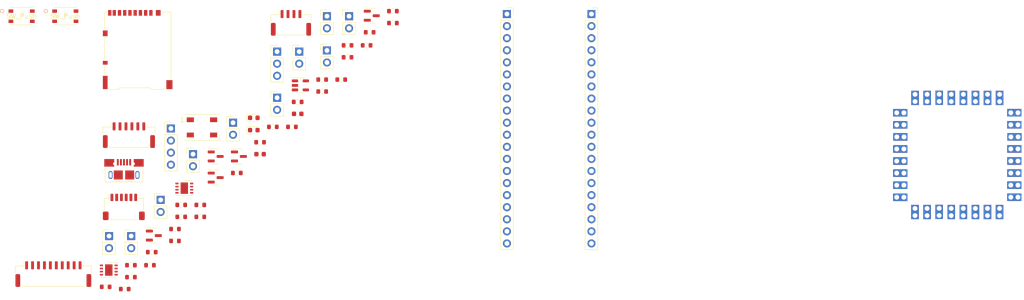
<source format=kicad_pcb>
(kicad_pcb (version 20211014) (generator pcbnew)
  (layers (0 "F.Cu" signal) (31 "B.Cu" signal) (34 "B.Paste" user) (35 "F.Paste" user) (36 "B.SilkS" user "B.Silkscreen") (37 "F.SilkS" user "F.Silkscreen") (38 "B.Mask" user) (39 "F.Mask" user) (44 "Edge.Cuts" user))
  (net 0 "")
  (net 1 "+5V")
  (net 2 "Net-(BZ1-Pad2)")
  (net 3 "GND")
  (net 4 "Net-(C1-Pad2)")
  (net 5 "Net-(C2-Pad2)")
  (net 6 "Net-(D1-Pad1)")
  (net 7 "/IMU_HEATER")
  (net 8 "/NEOPIXEL")
  (net 10 "Net-(D3-Pad1)")
  (net 11 "+3V3")
  (net 12 "/UART_TX_TELEM")
  (net 13 "/UART_RX_TELEM")
  (net 14 "/UART_CTS_TELEM")
  (net 15 "/UART_RTS_TELEM")
  (net 16 "/SDA{slash}SDI")
  (net 17 "/SCL{slash}SCK")
  (net 18 "/POCI")
  (net 19 "/CANO_TX")
  (net 20 "/CANO_RX")
  (net 21 "/CANO_SILENT")
  (net 22 "/CANF_SILENT")
  (net 23 "/CAN_TERM1")
  (net 24 "/CAN_TERM2")
  (net 25 "/BOOTSEL")
  (net 26 "/RUN")
  (net 32 "/3V3_SAMPLE")
  (net 33 "/3V3_EN")
  (net 34 "/SPI_SCK_SD")
  (net 35 "/SPI_POCI_SD")
  (net 36 "/SPI_PICO_SD")
  (net 37 "/SPI_nCS_SD")
  (net 38 "/SD_nCD")
  (net 39 "/UART_RX_GNSS")
  (net 40 "/UART_TX_GNSS")
  (net 41 "/BUZZER")
  (net 42 "Net-(J6-Pad9)")
  (net 45 "Net-(J6-Pad11)")
  (net 50 "/BZR_EXT")
  (net 51 "Net-(J8-Pad2)")
  (net 52 "Net-(J8-Pad3)")
  (net 53 "/SWDIO")
  (net 54 "/SWCLK")
  (net 55 "/USB_DN")
  (net 56 "/USB_DP")
  (net 59 "/SPI0_POCI")
  (net 60 "/CANF_N")
  (net 61 "/CANF_P")
  (net 62 "/CAN_P")
  (net 63 "/CAN_N")
  (net 64 "Net-(JP1-Pad2)")
  (net 65 "Net-(JP2-Pad2)")
  (net 66 "Net-(JP5-Pad2)")
  (net 67 "Net-(JP6-Pad2)")
  (net 68 "Net-(Q1-Pad1)")
  (net 69 "Net-(Q2-Pad1)")
  (net 70 "Net-(Q3-Pad1)")
  (net 71 "Net-(Q3-Pad3)")
  (footprint "U254-051T-4BH83-F1S:XKB_U254-051T-4BH83-F1S" (layer "F.Cu") (at 53.1385 70.205)
    (fp_text reference "J9" hide)
    (fp_text value "USB_OTG")
    (pad "" np_thru_hole circle locked (at -2 -2.35) (size 0.6 0.6) (drill 0.6) (layers *.Cu *.Mask))
    (pad "" np_thru_hole circle locked (at 2 -2.35) (size 0.6 0.6) (drill 0.6) (layers *.Cu *.Mask))
    (pad "1" smd rect locked (at -1.3 -2.675) (size 0.4 1.35) (layers "F.Cu" "F.Paste" "F.Mask") (net 1 "+5V"))
    (pad "2" smd rect locked (at -0.65 -2.675) (size 0.4 1.35) (layers "F.Cu" "F.Paste" "F.Mask") (net 55 "/USB_DN"))
    (pad "3" smd rect locked (at 0 -2.675) (size 0.4 1.35) (layers "F.Cu" "F.Paste" "F.Mask") (net 56 "/USB_DP"))
    (pad "4" smd rect locked (at 0.65 -2.675) (size 0.4 1.35) (layers "F.Cu" "F.Paste" "F.Mask"))
    (pad "5" smd rect locked (at 1.3 -2.675) (size 0.4 1.35) (layers "F.Cu" "F.Paste" "F.Mask") (net 3 "GND"))
    (pad "6" smd rect locked (at 3.1 -2.55) (size 2.1 1.6) (layers "F.Cu" "F.Paste" "F.Mask"))
    (pad "6" smd rect locked (at -3.1 -2.55) (size 2.1 1.6) (layers "F.Cu" "F.Paste" "F.Mask"))
    (pad "6" smd rect locked (at -1.2 0) (size 1.9 1.9) (layers "F.Cu" "F.Paste" "F.Mask"))
    (pad "6" smd rect locked (at 1.2 0) (size 1.9 1.9) (layers "F.Cu" "F.Paste" "F.Mask"))
    (pad "S5" thru_hole oval locked (at -2.825 0) (size 0.85 1.7) (drill oval 0.5 1.2) (layers *.Cu *.Mask))
    (pad "S6" thru_hole oval locked (at 2.825 0) (size 0.85 1.7) (drill oval 0.5 1.2) (layers *.Cu *.Mask))
  )
  (footprint "PTS815:PTS815 SJM 250 SMTR LFS" (layer "F.Cu") (at 40.8 36.81)
    (fp_text reference "SW1" hide)
    (fp_text value "SW_Push" (at 0 0) (layer "F.SilkS"))
    (fp_text user "*" (at 0 0) (layer "F.SilkS"))
    (pad "1" smd rect locked (at -2.250001 -1.074999) (size 0.9906 0.7112) (layers "F.Cu" "F.Paste" "F.Mask") (net 3 "GND"))
    (pad "2" smd rect locked (at 2.250001 -1.074999) (size 0.9906 0.7112) (layers "F.Cu" "F.Paste" "F.Mask") (net 25 "/BOOTSEL"))
    (pad "3" smd rect locked (at -2.250001 1.074999) (size 0.9906 0.7112) (layers "F.Cu" "F.Paste" "F.Mask"))
    (pad "4" smd rect locked (at 2.250001 1.074999) (size 0.9906 0.7112) (layers "F.Cu" "F.Paste" "F.Mask"))
  )
  (footprint "Capacitor_SMD:C_0603_1608Metric" (layer "F.Cu") (at 89.68 57.35)
    (fp_text reference "C2" hide)
    (fp_text value "1uF")
    (pad "1" smd roundrect locked (at -0.775 0) (size 0.9 0.95) (layers "F.Cu" "F.Paste" "F.Mask") (net 3 "GND"))
    (pad "2" smd roundrect locked (at 0.775 0) (size 0.9 0.95) (layers "F.Cu" "F.Paste" "F.Mask") (net 5 "Net-(C2-Pad2)"))
  )
  (footprint "LED_SMD:LED_0603_1608Metric" (layer "F.Cu") (at 80.45 58.18)
    (fp_text reference "D3" hide)
    (fp_text value "LED")
    (pad "1" smd roundrect locked (at -0.7875 0) (size 0.875 0.95) (layers "F.Cu" "F.Paste" "F.Mask") (net 10 "Net-(D3-Pad1)"))
    (pad "2" smd roundrect locked (at 0.7875 0) (size 0.875 0.95) (layers "F.Cu" "F.Paste" "F.Mask") (net 11 "+3V3"))
  )
  (footprint "Resistor_SMD:R_0603_1608Metric" (layer "F.Cu") (at 65.18 79.02)
    (fp_text reference "R14" hide)
    (fp_text value "1K")
    (pad "1" smd roundrect locked (at -0.825 0) (size 0.8 0.95) (layers "F.Cu" "F.Paste" "F.Mask") (net 6 "Net-(D1-Pad1)"))
    (pad "2" smd roundrect locked (at 0.825 0) (size 0.8 0.95) (layers "F.Cu" "F.Paste" "F.Mask") (net 3 "GND"))
  )
  (footprint "Package_TO_SOT_SMD:SOT-23" (layer "F.Cu") (at 59.42 82.96)
    (fp_text reference "Q1" hide)
    (fp_text value "2N7002")
    (pad "1" smd roundrect locked (at -0.9375 -0.95) (size 1.475 0.6) (layers "F.Cu" "F.Paste" "F.Mask") (net 68 "Net-(Q1-Pad1)"))
    (pad "2" smd roundrect locked (at -0.9375 0.95) (size 1.475 0.6) (layers "F.Cu" "F.Paste" "F.Mask") (net 50 "/BZR_EXT"))
    (pad "3" smd roundrect locked (at 0.9375 0) (size 1.475 0.6) (layers "F.Cu" "F.Paste" "F.Mask") (net 1 "+5V"))
  )
  (footprint "Connector_JST:JST_GH_SM10B-GHS-TB_1x10-1MP_P1.25mm_Horizontal" (layer "F.Cu") (at 38.28 91.06)
    (fp_text reference "J7" hide)
    (fp_text value "GNSS")
    (pad "1" smd roundrect locked (at -5.625 -1.85) (size 0.6 1.7) (layers "F.Cu" "F.Paste" "F.Mask") (net 1 "+5V"))
    (pad "2" smd roundrect locked (at -4.375 -1.85) (size 0.6 1.7) (layers "F.Cu" "F.Paste" "F.Mask") (net 39 "/UART_RX_GNSS"))
    (pad "3" smd roundrect locked (at -3.125 -1.85) (size 0.6 1.7) (layers "F.Cu" "F.Paste" "F.Mask") (net 40 "/UART_TX_GNSS"))
    (pad "4" smd roundrect locked (at -1.875 -1.85) (size 0.6 1.7) (layers "F.Cu" "F.Paste" "F.Mask"))
    (pad "5" smd roundrect locked (at -0.625 -1.85) (size 0.6 1.7) (layers "F.Cu" "F.Paste" "F.Mask"))
    (pad "6" smd roundrect locked (at 0.625 -1.85) (size 0.6 1.7) (layers "F.Cu" "F.Paste" "F.Mask"))
    (pad "7" smd roundrect locked (at 1.875 -1.85) (size 0.6 1.7) (layers "F.Cu" "F.Paste" "F.Mask"))
    (pad "8" smd roundrect locked (at 3.125 -1.85) (size 0.6 1.7) (layers "F.Cu" "F.Paste" "F.Mask") (net 11 "+3V3"))
    (pad "9" smd roundrect locked (at 4.375 -1.85) (size 0.6 1.7) (layers "F.Cu" "F.Paste" "F.Mask") (net 50 "/BZR_EXT"))
    (pad "10" smd roundrect locked (at 5.625 -1.85) (size 0.6 1.7) (layers "F.Cu" "F.Paste" "F.Mask") (net 3 "GND"))
    (pad "MP" smd roundrect locked (at 7.475 1.35) (size 1 2.7) (layers "F.Cu" "F.Paste" "F.Mask"))
    (pad "MP" smd roundrect locked (at -7.475 1.35) (size 1 2.7) (layers "F.Cu" "F.Paste" "F.Mask"))
  )
  (footprint "LED_SMD:LED_WS2812B_PLCC4_5.0x5.0mm_P3.2mm" (layer "F.Cu") (at 69.545 60.195)
    (fp_text reference "D2" hide)
    (fp_text value "WS2812B")
    (fp_text user "1" (at -4.15 -1.6) (layer "F.SilkS"))
    (pad "1" smd rect locked (at -2.45 -1.6) (size 1.5 1) (layers "F.Cu" "F.Paste" "F.Mask") (net 1 "+5V"))
    (pad "2" smd rect locked (at -2.45 1.6) (size 1.5 1) (layers "F.Cu" "F.Paste" "F.Mask"))
    (pad "3" smd rect locked (at 2.45 1.6) (size 1.5 1) (layers "F.Cu" "F.Paste" "F.Mask") (net 3 "GND"))
    (pad "4" smd rect locked (at 2.45 -1.6) (size 1.5 1) (layers "F.Cu" "F.Paste" "F.Mask") (net 8 "/NEOPIXEL"))
  )
  (footprint "Resistor_SMD:R_0603_1608Metric" (layer "F.Cu") (at 63.87 81.58)
    (fp_text reference "R2" hide)
    (fp_text value "100K")
    (pad "1" smd roundrect locked (at -0.825 0) (size 0.8 0.95) (layers "F.Cu" "F.Paste" "F.Mask") (net 22 "/CANF_SILENT"))
    (pad "2" smd roundrect locked (at 0.825 0) (size 0.8 0.95) (layers "F.Cu" "F.Paste" "F.Mask") (net 3 "GND"))
  )
  (footprint "Capacitor_SMD:C_0603_1608Metric" (layer "F.Cu") (at 81.77 65.83)
    (fp_text reference "C1" hide)
    (fp_text value "1uF")
    (pad "1" smd roundrect locked (at -0.775 0) (size 0.9 0.95) (layers "F.Cu" "F.Paste" "F.Mask") (net 3 "GND"))
    (pad "2" smd roundrect locked (at 0.775 0) (size 0.9 0.95) (layers "F.Cu" "F.Paste" "F.Mask") (net 4 "Net-(C1-Pad2)"))
  )
  (footprint "Connector_PinHeader_2.54mm:PinHeader_1x02_P2.54mm_Vertical" (layer "F.Cu") (at 95.84 36.81)
    (fp_text reference "JP1" hide)
    (fp_text value "Jumper_2_Open")
    (pad "1" thru_hole rect locked (at 0 0) (size 1.7 1.7) (drill 1) (layers *.Cu *.Mask) (net 61 "/CANF_P"))
    (pad "2" thru_hole oval locked (at 0 2.54) (size 1.7 1.7) (drill 1) (layers *.Cu *.Mask) (net 64 "Net-(JP1-Pad2)"))
  )
  (footprint "PTS815:PTS815 SJM 250 SMTR LFS" (layer "F.Cu") (at 31.6 36.81)
    (fp_text reference "SW2" hide)
    (fp_text value "SW_Push" (at 0 0) (layer "F.SilkS"))
    (fp_text user "*" (at 0 0) (layer "F.SilkS"))
    (pad "1" smd rect locked (at -2.250001 -1.074999) (size 0.9906 0.7112) (layers "F.Cu" "F.Paste" "F.Mask") (net 3 "GND"))
    (pad "2" smd rect locked (at 2.250001 -1.074999) (size 0.9906 0.7112) (layers "F.Cu" "F.Paste" "F.Mask") (net 26 "/RUN"))
    (pad "3" smd rect locked (at -2.250001 1.074999) (size 0.9906 0.7112) (layers "F.Cu" "F.Paste" "F.Mask"))
    (pad "4" smd rect locked (at 2.250001 1.074999) (size 0.9906 0.7112) (layers "F.Cu" "F.Paste" "F.Mask"))
  )
  (footprint "Resistor_SMD:R_0603_1608Metric" (layer "F.Cu") (at 109.71 35.74)
    (fp_text reference "R11" hide)
    (fp_text value "0")
    (pad "1" smd roundrect locked (at -0.825 0) (size 0.8 0.95) (layers "F.Cu" "F.Paste" "F.Mask") (net 7 "/IMU_HEATER"))
    (pad "2" smd roundrect locked (at 0.825 0) (size 0.8 0.95) (layers "F.Cu" "F.Paste" "F.Mask") (net 70 "Net-(Q3-Pad1)"))
  )
  (footprint "Resistor_SMD:R_0603_1608Metric" (layer "F.Cu") (at 89.68 54.84)
    (fp_text reference "R7" hide)
    (fp_text value "1K")
    (pad "1" smd roundrect locked (at -0.825 0) (size 0.8 0.95) (layers "F.Cu" "F.Paste" "F.Mask") (net 41 "/BUZZER"))
    (pad "2" smd roundrect locked (at 0.825 0) (size 0.8 0.95) (layers "F.Cu" "F.Paste" "F.Mask") (net 68 "Net-(Q1-Pad1)"))
  )
  (footprint "LED_SMD:LED_0603_1608Metric" (layer "F.Cu") (at 80.45 60.77)
    (fp_text reference "D1" hide)
    (fp_text value "LED")
    (pad "1" smd roundrect locked (at -0.7875 0) (size 0.875 0.95) (layers "F.Cu" "F.Paste" "F.Mask") (net 6 "Net-(D1-Pad1)"))
    (pad "2" smd roundrect locked (at 0.7875 0) (size 0.875 0.95) (layers "F.Cu" "F.Paste" "F.Mask") (net 7 "/IMU_HEATER"))
  )
  (footprint "Connector_PinHeader_2.54mm:PinHeader_1x02_P2.54mm_Vertical" (layer "F.Cu") (at 95.84 44.01)
    (fp_text reference "J5" hide)
    (fp_text value "Conn_01x02")
    (pad "1" thru_hole rect locked (at 0 0) (size 1.7 1.7) (drill 1) (layers *.Cu *.Mask) (net 3 "GND"))
    (pad "2" thru_hole oval locked (at 0 2.54) (size 1.7 1.7) (drill 1) (layers *.Cu *.Mask) (net 3 "GND"))
  )
  (footprint "Connector_PinSocket_2.54mm:PinSocket_1x20_P2.54mm_Vertical" (layer "F.Cu") (at 133.7 36.35)
    (fp_text reference "J1" hide)
    (fp_text value "PICO_WEST")
    (pad "1" thru_hole rect locked (at 0 0) (size 1.7 1.7) (drill 1) (layers *.Cu *.Mask) (net 12 "/UART_TX_TELEM"))
    (pad "2" thru_hole oval locked (at 0 2.54) (size 1.7 1.7) (drill 1) (layers *.Cu *.Mask) (net 13 "/UART_RX_TELEM"))
    (pad "3" thru_hole oval locked (at 0 5.08) (size 1.7 1.7) (drill 1) (layers *.Cu *.Mask) (net 3 "GND"))
    (pad "4" thru_hole oval locked (at 0 7.62) (size 1.7 1.7) (drill 1) (layers *.Cu *.Mask) (net 14 "/UART_CTS_TELEM"))
    (pad "5" thru_hole oval locked (at 0 10.16) (size 1.7 1.7) (drill 1) (layers *.Cu *.Mask) (net 15 "/UART_RTS_TELEM"))
    (pad "6" thru_hole oval locked (at 0 12.7) (size 1.7 1.7) (drill 1) (layers *.Cu *.Mask) (net 16 "/SDA{slash}SDI"))
    (pad "7" thru_hole oval locked (at 0 15.24) (size 1.7 1.7) (drill 1) (layers *.Cu *.Mask) (net 17 "/SCL{slash}SCK"))
    (pad "8" thru_hole oval locked (at 0 17.78) (size 1.7 1.7) (drill 1) (layers *.Cu *.Mask) (net 3 "GND"))
    (pad "9" thru_hole oval locked (at 0 20.32) (size 1.7 1.7) (drill 1) (layers *.Cu *.Mask) (net 18 "/POCI"))
    (pad "10" thru_hole oval locked (at 0 22.86) (size 1.7 1.7) (drill 1) (layers *.Cu *.Mask) (net 8 "/NEOPIXEL"))
    (pad "11" thru_hole oval locked (at 0 25.4) (size 1.7 1.7) (drill 1) (layers *.Cu *.Mask) (net 19 "/CANO_TX"))
    (pad "12" thru_hole oval locked (at 0 27.94) (size 1.7 1.7) (drill 1) (layers *.Cu *.Mask) (net 20 "/CANO_RX"))
    (pad "13" thru_hole oval locked (at 0 30.48) (size 1.7 1.7) (drill 1) (layers *.Cu *.Mask) (net 3 "GND"))
    (pad "14" thru_hole oval locked (at 0 33.02) (size 1.7 1.7) (drill 1) (layers *.Cu *.Mask) (net 21 "/CANO_SILENT"))
    (pad "15" thru_hole oval locked (at 0 35.56) (size 1.7 1.7) (drill 1) (layers *.Cu *.Mask) (net 22 "/CANF_SILENT"))
    (pad "16" thru_hole oval locked (at 0 38.1) (size 1.7 1.7) (drill 1) (layers *.Cu *.Mask) (net 23 "/CAN_TERM1"))
    (pad "17" thru_hole oval locked (at 0 40.64) (size 1.7 1.7) (drill 1) (layers *.Cu *.Mask) (net 24 "/CAN_TERM2"))
    (pad "18" thru_hole oval locked (at 0 43.18) (size 1.7 1.7) (drill 1) (layers *.Cu *.Mask) (net 3 "GND"))
    (pad "19" thru_hole oval locked (at 0 45.72) (size 1.7 1.7) (drill 1) (layers *.Cu *.Mask) (net 25 "/BOOTSEL"))
    (pad "20" thru_hole oval locked (at 0 48.26) (size 1.7 1.7) (drill 1) (layers *.Cu *.Mask) (net 26 "/RUN"))
  )
  (footprint "Resistor_SMD:R_0603_1608Metric" (layer "F.Cu") (at 104.82 40.19)
    (fp_text reference "R17" hide)
    (fp_text value "0")
    (pad "1" smd roundrect locked (at -0.825 0) (size 0.8 0.95) (layers "F.Cu" "F.Paste" "F.Mask") (net 13 "/UART_RX_TELEM"))
    (pad "2" smd roundrect locked (at 0.825 0) (size 0.8 0.95) (layers "F.Cu" "F.Paste" "F.Mask") (net 52 "Net-(J8-Pad3)"))
  )
  (footprint "Connector_PinHeader_2.54mm:PinHeader_1x02_P2.54mm_Vertical" (layer "F.Cu") (at 100.49 36.81)
    (fp_text reference "JP4" hide)
    (fp_text value "Jumper_2_Open")
    (pad "1" thru_hole rect locked (at 0 0) (size 1.7 1.7) (drill 1) (layers *.Cu *.Mask) (net 63 "/CAN_N"))
    (pad "2" thru_hole oval locked (at 0 2.54) (size 1.7 1.7) (drill 1) (layers *.Cu *.Mask) (net 61 "/CANF_P"))
  )
  (footprint "picofusion_stamp:Castellated_1x8_P2.54mm_Vertical" (layer "F.Cu") (at 240.45 66)
    (fp_text reference "J14" hide)
    (fp_text value "EAST")
    (pad "1" smd rect (at 0 -8.89) (size 3 1.6) (layers "F.Cu" "F.Mask") (net 34 "/SPI_SCK_SD"))
    (pad "1" thru_hole circle (at 0.75 -8.89) (size 1.35 1.35) (drill 1) (layers *.Cu *.Mask) (net 34 "/SPI_SCK_SD"))
    (pad "1" smd rect (at 0 -8.89) (size 3 1.6) (layers "B.Cu" "B.Mask") (net 34 "/SPI_SCK_SD"))
    (pad "1" thru_hole circle (at -0.75 -8.89) (size 1.35 1.35) (drill 1) (layers *.Cu *.Mask) (net 34 "/SPI_SCK_SD"))
    (pad "2" smd rect (at 0 -6.35) (size 3 1.6) (layers "F.Cu" "F.Mask") (net 35 "/SPI_POCI_SD"))
    (pad "2" thru_hole oval (at 0.75 -6.35) (size 1.35 1.35) (drill 1) (layers *.Cu *.Mask) (net 35 "/SPI_POCI_SD"))
    (pad "2" thru_hole oval (at -0.75 -6.35) (size 1.35 1.35) (drill 1) (layers *.Cu *.Mask) (net 35 "/SPI_POCI_SD"))
    (pad "2" smd rect (at 0 -6.35) (size 3 1.6) (layers "B.Cu" "B.Mask") (net 35 "/SPI_POCI_SD"))
    (pad "3" smd rect (at 0.024 -3.81) (size 3 1.6) (layers "F.Cu" "F.Mask") (net 36 "/SPI_PICO_SD"))
    (pad "3" smd rect (at 0.024 -3.81) (size 3 1.6) (layers "B.Cu" "B.Mask") (net 36 "/SPI_PICO_SD"))
    (pad "3" thru_hole oval (at 0.774 -3.81) (size 1.35 1.35) (drill 1) (layers *.Cu *.Mask) (net 36 "/SPI_PICO_SD"))
    (pad "3" thru_hole oval (at -0.726 -3.81) (size 1.35 1.35) (drill 1) (layers *.Cu *.Mask) (net 36 "/SPI_PICO_SD"))
    (pad "4" smd rect (at 0 -1.27 180) (size 3 1.6) (layers "B.Cu" "B.Mask") (net 37 "/SPI_nCS_SD"))
    (pad "4" thru_hole oval (at 0.75 -1.27) (size 1.35 1.35) (drill 1) (layers *.Cu *.Mask) (net 37 "/SPI_nCS_SD"))
    (pad "4" thru_hole oval (at -0.75 -1.27) (size 1.35 1.35) (drill 1) (layers *.Cu *.Mask) (net 37 "/SPI_nCS_SD"))
    (pad "4" smd rect (at 0 -1.27) (size 3 1.6) (layers "F.Cu" "F.Mask") (net 37 "/SPI_nCS_SD"))
    (pad "5" smd rect (at 0 1.27) (size 3 1.6) (layers "F.Cu" "F.Mask") (net 38 "/SD_nCD"))
    (pad "5" smd rect (at 0 1.27 180) (size 3 1.6) (layers "B.Cu" "B.Mask") (net 38 "/SD_nCD"))
    (pad "5" thru_hole oval (at -0.75 1.27) (size 1.35 1.35) (drill 1) (layers *.Cu *.Mask) (net 38 "/SD_nCD"))
    (pad "5" thru_hole oval (at 0.75 1.27) (size 1.35 1.35) (drill 1) (layers *.Cu *.Mask) (net 38 "/SD_nCD"))
    (pad "6" smd rect (at 0 3.81 180) (size 3 1.6) (layers "B.Cu" "B.Mask") (net 39 "/UART_RX_GNSS"))
    (pad "6" thru_hole oval (at -0.75 3.81) (size 1.35 1.35) (drill 1) (layers *.Cu *.Mask) (net 39 "/UART_RX_GNSS"))
    (pad "6" smd rect (at 0 3.81) (size 3 1.6) (layers "F.Cu" "F.Mask") (net 39 "/UART_RX_GNSS"))
    (pad "6" thru_hole oval (at 0.75 3.81) (size 1.35 1.35) (drill 1) (layers *.Cu *.Mask) (net 39 "/UART_RX_GNSS"))
    (pad "7" thru_hole oval (at -0.75 6.35) (size 1.35 1.35) (drill 1) (layers *.Cu *.Mask) (net 40 "/UART_TX_GNSS"))
    (pad "7" smd rect (at 0 6.35 180) (size 3 1.6) (layers "B.Cu" "B.Mask") (net 40 "/UART_TX_GNSS"))
    (pad "7" thru_hole oval (at 0.75 6.35) (size 1.35 1.35) (drill 1) (layers *.Cu *.Mask) (net 40 "/UART_TX_GNSS"))
    (pad "7" smd rect (at 0 6.35) (size 3 1.6) (layers "F.Cu" "F.Mask") (net 40 "/UART_TX_GNSS"))
    (pad "8" smd rect (at 0 8.89 180) (size 3 1.6) (layers "B.Cu" "B.Mask") (net 3 "GND"))
    (pad "8" smd rect (at 0 8.89) (size 3 1.6) (layers "F.Cu" "F.Mask") (net 3 "GND"))
    (pad "8" thru_hole oval (at 0.75 8.89) (size 1.35 1.35) (drill 1) (layers *.Cu *.Mask) (net 3 "GND"))
    (pad "8" thru_hole oval (at -0.75 8.89) (size 1.35 1.35) (drill 1) (layers *.Cu *.Mask) (net 3 "GND"))
  )
  (footprint "Package_DFN_QFN:DFN-8-1EP_3x3mm_P0.65mm_EP1.55x2.4mm" (layer "F.Cu") (at 65.83 72.98)
    (fp_text reference "U2" hide)
    (fp_text value "TJA1051TK-3")
    (pad "1" smd rect locked (at -1.55 -0.975) (size 0.65 0.35) (layers "F.Cu" "F.Paste" "F.Mask") (net 64 "Net-(JP1-Pad2)"))
    (pad "2" smd rect locked (at -1.55 -0.325) (size 0.65 0.35) (layers "F.Cu" "F.Paste" "F.Mask") (net 3 "GND"))
    (pad "3" smd rect locked (at -1.55 0.325) (size 0.65 0.35) (layers "F.Cu" "F.Paste" "F.Mask") (net 1 "+5V"))
    (pad "4" smd rect locked (at -1.55 0.975) (size 0.65 0.35) (layers "F.Cu" "F.Paste" "F.Mask") (net 65 "Net-(JP2-Pad2)"))
    (pad "5" smd rect locked (at 1.55 0.975) (size 0.65 0.35) (layers "F.Cu" "F.Paste" "F.Mask") (net 11 "+3V3"))
    (pad "6" smd rect locked (at 1.55 0.325) (size 0.65 0.35) (layers "F.Cu" "F.Paste" "F.Mask") (net 63 "/CAN_N"))
    (pad "7" smd rect locked (at 1.55 -0.325) (size 0.65 0.35) (layers "F.Cu" "F.Paste" "F.Mask") (net 62 "/CAN_P"))
    (pad "8" smd rect locked (at 1.55 -0.975) (size 0.65 0.35) (layers "F.Cu" "F.Paste" "F.Mask") (net 22 "/CANF_SILENT"))
    (pad "9" smd rect locked (at 0 0) (size 1.55 2.4) (layers "F.Cu" "F.Mask") (net 3 "GND"))
  )
  (footprint "picofusion_stamp:Castellated_1x8_P2.54mm_Vertical" (layer "F.Cu") (at 228.45 54 90)
    (fp_text reference "J13" hide)
    (fp_text value "NORTH")
    (pad "1" smd rect (at 0 -8.89 90) (size 3 1.6) (layers "F.Cu" "F.Mask") (net 54 "/SWCLK"))
    (pad "1" smd rect (at 0 -8.89 90) (size 3 1.6) (layers "B.Cu" "B.Mask") (net 54 "/SWCLK"))
    (pad "1" thru_hole circle (at 0.75 -8.89 90) (size 1.35 1.35) (drill 1) (layers *.Cu *.Mask) (net 54 "/SWCLK"))
    (pad "1" thru_hole circle (at -0.75 -8.89 90) (size 1.35 1.35) (drill 1) (layers *.Cu *.Mask) (net 54 "/SWCLK"))
    (pad "2" smd rect (at 0 -6.35 90) (size 3 1.6) (layers "B.Cu" "B.Mask") (net 53 "/SWDIO"))
    (pad "2" thru_hole oval (at 0.75 -6.35 90) (size 1.35 1.35) (drill 1) (layers *.Cu *.Mask) (net 53 "/SWDIO"))
    (pad "2" thru_hole oval (at -0.75 -6.35 90) (size 1.35 1.35) (drill 1) (layers *.Cu *.Mask) (net 53 "/SWDIO"))
    (pad "2" smd rect (at 0 -6.35 90) (size 3 1.6) (layers "F.Cu" "F.Mask") (net 53 "/SWDIO"))
    (pad "3" smd rect (at 0.024 -3.81 90) (size 3 1.6) (layers "B.Cu" "B.Mask") (net 26 "/RUN"))
    (pad "3" thru_hole oval (at -0.726 -3.81 90) (size 1.35 1.35) (drill 1) (layers *.Cu *.Mask) (net 26 "/RUN"))
    (pad "3" thru_hole oval (at 0.774 -3.81 90) (size 1.35 1.35) (drill 1) (layers *.Cu *.Mask) (net 26 "/RUN"))
    (pad "3" smd rect (at 0.024 -3.81 90) (size 3 1.6) (layers "F.Cu" "F.Mask") (net 26 "/RUN"))
    (pad "4" thru_hole oval (at -0.75 -1.27 90) (size 1.35 1.35) (drill 1) (layers *.Cu *.Mask) (net 3 "GND"))
    (pad "4" smd rect (at 0 -1.27 90) (size 3 1.6) (layers "F.Cu" "F.Mask") (net 3 "GND"))
    (pad "4" thru_hole oval (at 0.75 -1.27 90) (size 1.35 1.35) (drill 1) (layers *.Cu *.Mask) (net 3 "GND"))
    (pad "4" smd rect (at 0 -1.27 270) (size 3 1.6) (layers "B.Cu" "B.Mask") (net 3 "GND"))
    (pad "5" smd rect (at 0 1.27 90) (size 3 1.6) (layers "F.Cu" "F.Mask") (net 56 "/USB_DP"))
    (pad "5" thru_hole oval (at 0.75 1.27 90) (size 1.35 1.35) (drill 1) (layers *.Cu *.Mask) (net 56 "/USB_DP"))
    (pad "5" smd rect (at 0 1.27 270) (size 3 1.6) (layers "B.Cu" "B.Mask") (net 56 "/USB_DP"))
    (pad "5" thru_hole oval (at -0.75 1.27 90) (size 1.35 1.35) (drill 1) (layers *.Cu *.Mask) (net 56 "/USB_DP"))
    (pad "6" smd rect (at 0 3.81 270) (size 3 1.6) (layers "B.Cu" "B.Mask") (net 55 "/USB_DN"))
    (pad "6" smd rect (at 0 3.81 90) (size 3 1.6) (layers "F.Cu" "F.Mask") (net 55 "/USB_DN"))
    (pad "6" thru_hole oval (at 0.75 3.81 90) (size 1.35 1.35) (drill 1) (layers *.Cu *.Mask) (net 55 "/USB_DN"))
    (pad "6" thru_hole oval (at -0.75 3.81 90) (size 1.35 1.35) (drill 1) (layers *.Cu *.Mask) (net 55 "/USB_DN"))
    (pad "7" thru_hole oval (at -0.75 6.35 90) (size 1.35 1.35) (drill 1) (layers *.Cu *.Mask) (net 1 "+5V"))
    (pad "7" thru_hole oval (at 0.75 6.35 90) (size 1.35 1.35) (drill 1) (layers *.Cu *.Mask) (net 1 "+5V"))
    (pad "7" smd rect (at 0 6.35 90) (size 3 1.6) (layers "F.Cu" "F.Mask") (net 1 "+5V"))
    (pad "7" smd rect (at 0 6.35 270) (size 3 1.6) (layers "B.Cu" "B.Mask") (net 1 "+5V"))
    (pad "8" thru_hole oval (at 0.75 8.89 90) (size 1.35 1.35) (drill 1) (layers *.Cu *.Mask) (net 3 "GND"))
    (pad "8" thru_hole oval (at -0.75 8.89 90) (size 1.35 1.35) (drill 1) (layers *.Cu *.Mask) (net 3 "GND"))
    (pad "8" smd rect (at 0 8.89 270) (size 3 1.6) (layers "B.Cu" "B.Mask") (net 3 "GND"))
    (pad "8" smd rect (at 0 8.89 90) (size 3 1.6) (layers "F.Cu" "F.Mask") (net 3 "GND"))
  )
  (footprint "Resistor_SMD:R_0603_1608Metric" (layer "F.Cu") (at 109.71 38.25)
    (fp_text reference "R10" hide)
    (fp_text value "1K")
    (pad "1" smd roundrect locked (at -0.825 0) (size 0.8 0.95) (layers "F.Cu" "F.Paste" "F.Mask") (net 41 "/BUZZER"))
    (pad "2" smd roundrect locked (at 0.825 0) (size 0.8 0.95) (layers "F.Cu" "F.Paste" "F.Mask") (net 69 "Net-(Q2-Pad1)"))
  )
  (footprint "Resistor_SMD:R_0603_1608Metric" (layer "F.Cu") (at 88.47 60.09)
    (fp_text reference "R19" hide)
    (fp_text value "0")
    (pad "1" smd roundrect locked (at -0.825 0) (size 0.8 0.95) (layers "F.Cu" "F.Paste" "F.Mask") (net 25 "/BOOTSEL"))
    (pad "2" smd roundrect locked (at 0.825 0) (size 0.8 0.95) (layers "F.Cu" "F.Paste" "F.Mask") (net 3 "GND"))
  )
  (footprint "Package_TO_SOT_SMD:SOT-23" (layer "F.Cu") (at 72.43 66.31)
    (fp_text reference "Q4" hide)
    (fp_text value "2N7002")
    (pad "1" smd roundrect locked (at -0.9375 -0.95) (size 1.475 0.6) (layers "F.Cu" "F.Paste" "F.Mask") (net 23 "/CAN_TERM1"))
    (pad "2" smd roundrect locked (at -0.9375 0.95) (size 1.475 0.6) (layers "F.Cu" "F.Paste" "F.Mask") (net 63 "/CAN_N"))
    (pad "3" smd roundrect locked (at 0.9375 0) (size 1.475 0.6) (layers "F.Cu" "F.Paste" "F.Mask") (net 66 "Net-(JP5-Pad2)"))
  )
  (footprint "Resistor_SMD:R_0603_1608Metric" (layer "F.Cu") (at 94.83 50.14)
    (fp_text reference "R15" hide)
    (fp_text value "100")
    (pad "1" smd roundrect locked (at -0.825 0) (size 0.8 0.95) (layers "F.Cu" "F.Paste" "F.Mask") (net 1 "+5V"))
    (pad "2" smd roundrect locked (at 0.825 0) (size 0.8 0.95) (layers "F.Cu" "F.Paste" "F.Mask") (net 71 "Net-(Q3-Pad3)"))
  )
  (footprint "Resistor_SMD:R_0603_1608Metric" (layer "F.Cu") (at 58.61 89.19)
    (fp_text reference "R13" hide)
    (fp_text value "1K")
    (pad "1" smd roundrect locked (at -0.825 0) (size 0.8 0.95) (layers "F.Cu" "F.Paste" "F.Mask") (net 1 "+5V"))
    (pad "2" smd roundrect locked (at 0.825 0) (size 0.8 0.95) (layers "F.Cu" "F.Paste" "F.Mask") (net 2 "Net-(BZ1-Pad2)"))
  )
  (footprint "Resistor_SMD:R_0603_1608Metric" (layer "F.Cu") (at 69.19 79.02)
    (fp_text reference "R24" hide)
    (fp_text value "10K")
    (pad "1" smd roundrect locked (at -0.825 0) (size 0.8 0.95) (layers "F.Cu" "F.Paste" "F.Mask") (net 33 "/3V3_EN"))
    (pad "2" smd roundrect locked (at 0.825 0) (size 0.8 0.95) (layers "F.Cu" "F.Paste" "F.Mask") (net 3 "GND"))
  )
  (footprint "Resistor_SMD:R_0603_1608Metric" (layer "F.Cu") (at 104.18 42.94)
    (fp_text reference "R16" hide)
    (fp_text value "0")
    (pad "1" smd roundrect locked (at -0.825 0) (size 0.8 0.95) (layers "F.Cu" "F.Paste" "F.Mask") (net 12 "/UART_TX_TELEM"))
    (pad "2" smd roundrect locked (at 0.825 0) (size 0.8 0.95) (layers "F.Cu" "F.Paste" "F.Mask") (net 51 "Net-(J8-Pad2)"))
  )
  (footprint "picofusion_stamp:Castellated_1x8_P2.54mm_Vertical" (layer "F.Cu") (at 228.44 78 90)
    (fp_text reference "J15" hide)
    (fp_text value "SOUTH")
    (pad "1" thru_hole circle (at 0.75 -8.89 90) (size 1.35 1.35) (drill 1) (layers *.Cu *.Mask) (net 1 "+5V"))
    (pad "1" smd rect (at 0 -8.89 90) (size 3 1.6) (layers "F.Cu" "F.Mask") (net 1 "+5V"))
    (pad "1" thru_hole circle (at -0.75 -8.89 90) (size 1.35 1.35) (drill 1) (layers *.Cu *.Mask) (net 1 "+5V"))
    (pad "1" smd rect (at 0 -8.89 90) (size 3 1.6) (layers "B.Cu" "B.Mask") (net 1 "+5V"))
    (pad "2" thru_hole oval (at 0.75 -6.35 90) (size 1.35 1.35) (drill 1) (layers *.Cu *.Mask) (net 7 "/IMU_HEATER"))
    (pad "2" smd rect (at 0 -6.35 90) (size 3 1.6) (layers "B.Cu" "B.Mask") (net 7 "/IMU_HEATER"))
    (pad "2" thru_hole oval (at -0.75 -6.35 90) (size 1.35 1.35) (drill 1) (layers *.Cu *.Mask) (net 7 "/IMU_HEATER"))
    (pad "2" smd rect (at 0 -6.35 90) (size 3 1.6) (layers "F.Cu" "F.Mask") (net 7 "/IMU_HEATER"))
    (pad "3" thru_hole oval (at -0.726 -3.81 90) (size 1.35 1.35) (drill 1) (layers *.Cu *.Mask) (net 41 "/BUZZER"))
    (pad "3" thru_hole oval (at 0.774 -3.81 90) (size 1.35 1.35) (drill 1) (layers *.Cu *.Mask) (net 41 "/BUZZER"))
    (pad "3" smd rect (at 0.024 -3.81 90) (size 3 1.6) (layers "B.Cu" "B.Mask") (net 41 "/BUZZER"))
    (pad "3" smd rect (at 0.024 -3.81 90) (size 3 1.6) (layers "F.Cu" "F.Mask") (net 41 "/BUZZER"))
    (pad "4" smd rect (at 0 -1.27 270) (size 3 1.6) (layers "B.Cu" "B.Mask") (net 12 "/UART_TX_TELEM"))
    (pad "4" thru_hole oval (at 0.75 -1.27 90) (size 1.35 1.35) (drill 1) (layers *.Cu *.Mask) (net 12 "/UART_TX_TELEM"))
    (pad "4" smd rect (at 0 -1.27 90) (size 3 1.6) (layers "F.Cu" "F.Mask") (net 12 "/UART_TX_TELEM"))
    (pad "4" thru_hole oval (at -0.75 -1.27 90) (size 1.35 1.35) (drill 1) (layers *.Cu *.Mask) (net 12 "/UART_TX_TELEM"))
    (pad "5" thru_hole oval (at -0.75 1.27 90) (size 1.35 1.35) (drill 1) (layers *.Cu *.Mask) (net 13 "/UART_RX_TELEM"))
    (pad "5" smd rect (at 0 1.27 270) (size 3 1.6) (layers "B.Cu" "B.Mask") (net 13 "/UART_RX_TELEM"))
    (pad "5" smd rect (at 0 1.27 90) (size 3 1.6) (layers "F.Cu" "F.Mask") (net 13 "/UART_RX_TELEM"))
    (pad "5" thru_hole oval (at 0.75 1.27 90) (size 1.35 1.35) (drill 1) (layers *.Cu *.Mask) (net 13 "/UART_RX_TELEM"))
    (pad "6" thru_hole oval (at 0.75 3.81 90) (size 1.35 1.35) (drill 1) (layers *.Cu *.Mask) (net 14 "/UART_CTS_TELEM"))
    (pad "6" smd rect (at 0 3.81 270) (size 3 1.6) (layers "B.Cu" "B.Mask") (net 14 "/UART_CTS_TELEM"))
    (pad "6" smd rect (at 0 3.81 90) (size 3 1.6) (layers "F.Cu" "F.Mask") (net 14 "/UART_CTS_TELEM"))
    (pad "6" thru_hole oval (at -0.75 3.81 90) (size 1.35 1.35) (drill 1) (layers *.Cu *.Mask) (net 14 "/UART_CTS_TELEM"))
    (pad "7" smd rect (at 0 6.35 90) (size 3 1.6) (layers "F.Cu" "F.Mask") (net 15 "/UART_RTS_TELEM"))
    (pad "7" smd rect (at 0 6.35 270) (size 3 1.6) (layers "B.Cu" "B.Mask") (net 15 "/UART_RTS_TELEM"))
    (pad "7" thru_hole oval (at 0.75 6.35 90) (size 1.35 1.35) (drill 1) (layers *.Cu *.Mask) (net 15 "/UART_RTS_TELEM"))
    (pad "7" thru_hole oval (at -0.75 6.35 90) (size 1.35 1.35) (drill 1) (layers *.Cu *.Mask) (net 15 "/UART_RTS_TELEM"))
    (pad "8" smd rect (at 0 8.89 90) (size 3 1.6) (layers "F.Cu" "F.Mask") (net 3 "GND"))
    (pad "8" smd rect (at 0 8.89 270) (size 3 1.6) (layers "B.Cu" "B.Mask") (net 3 "GND"))
    (pad "8" thru_hole oval (at 0.75 8.89 90) (size 1.35 1.35) (drill 1) (layers *.Cu *.Mask) (net 3 "GND"))
    (pad "8" thru_hole oval (at -0.75 8.89 90) (size 1.35 1.35) (drill 1) (layers *.Cu *.Mask) (net 3 "GND"))
  )
  (footprint "Resistor_SMD:R_0603_1608Metric" (layer "F.Cu") (at 100.17 42.94)
    (fp_text reference "R18" hide)
    (fp_text value "0")
    (pad "1" smd roundrect locked (at -0.825 0) (size 0.8 0.95) (layers "F.Cu" "F.Paste" "F.Mask") (net 45 "Net-(J6-Pad11)"))
    (pad "2" smd roundrect locked (at 0.825 0) (size 0.8 0.95) (layers "F.Cu" "F.Paste" "F.Mask") (net 3 "GND"))
  )
  (footprint "Resistor_SMD:R_0603_1608Metric" (layer "F.Cu") (at 94.83 52.65)
    (fp_text reference "R23" hide)
    (fp_text value "10K")
    (pad "1" smd roundrect locked (at -0.825 0) (size 0.8 0.95) (layers "F.Cu" "F.Paste" "F.Mask") (net 32 "/3V3_SAMPLE"))
    (pad "2" smd roundrect locked (at 0.825 0) (size 0.8 0.95) (layers "F.Cu" "F.Paste" "F.Mask") (net 3 "GND"))
  )
  (footprint "Connector_PinHeader_2.54mm:PinHeader_1x02_P2.54mm_Vertical" (layer "F.Cu") (at 76.08 59.21)
    (fp_text reference "J3" hide)
    (fp_text value "Conn_01x02")
    (pad "1" thru_hole rect locked (at 0 0) (size 1.7 1.7) (drill 1) (layers *.Cu *.Mask) (net 1 "+5V"))
    (pad "2" thru_hole oval locked (at 0 2.54) (size 1.7 1.7) (drill 1) (layers *.Cu *.Mask) (net 1 "+5V"))
  )
  (footprint "Connector_JST:JST_GH_SM04B-GHS-TB_1x04-1MP_P1.25mm_Horizontal" (layer "F.Cu") (at 88.27 38.21)
    (fp_text reference "J17" hide)
    (fp_text value "CAN")
    (pad "1" smd roundrect locked (at -1.875 -1.85) (size 0.6 1.7) (layers "F.Cu" "F.Paste" "F.Mask") (net 1 "+5V"))
    (pad "2" smd roundrect locked (at -0.625 -1.85) (size 0.6 1.7) (layers "F.Cu" "F.Paste" "F.Mask") (net 62 "/CAN_P"))
    (pad "3" smd roundrect locked (at 0.625 -1.85) (size 0.6 1.7) (layers "F.Cu" "F.Paste" "F.Mask") (net 63 "/CAN_N"))
    (pad "4" smd roundrect locked (at 1.875 -1.85) (size 0.6 1.7) (layers "F.Cu" "F.Paste" "F.Mask") (net 3 "GND"))
    (pad "MP" smd roundrect locked (at 3.725 1.35) (size 1 2.7) (layers "F.Cu" "F.Paste" "F.Mask"))
    (pad "MP" smd roundrect locked (at -3.725 1.35) (size 1 2.7) (layers "F.Cu" "F.Paste" "F.Mask"))
  )
  (footprint "Resistor_SMD:R_0603_1608Metric" (layer "F.Cu") (at 98.84 50.14)
    (fp_text reference "R3" hide)
    (fp_text value "100K")
    (pad "1" smd roundrect locked (at -0.825 0) (size 0.8 0.95) (layers "F.Cu" "F.Paste" "F.Mask") (net 11 "+3V3"))
    (pad "2" smd roundrect locked (at 0.825 0) (size 0.8 0.95) (layers "F.Cu" "F.Paste" "F.Mask") (net 21 "/CANO_SILENT"))
  )
  (footprint "Resistor_SMD:R_0603_1608Metric" (layer "F.Cu") (at 69.19 76.51)
    (fp_text reference "R4" hide)
    (fp_text value "100K")
    (pad "1" smd roundrect locked (at -0.825 0) (size 0.8 0.95) (layers "F.Cu" "F.Paste" "F.Mask") (net 11 "+3V3"))
    (pad "2" smd roundrect locked (at 0.825 0) (size 0.8 0.95) (layers "F.Cu" "F.Paste" "F.Mask") (net 22 "/CANF_SILENT"))
  )
  (footprint "Connector_PinHeader_2.54mm:PinHeader_1x02_P2.54mm_Vertical" (layer "F.Cu") (at 50 83.06)
    (fp_text reference "JP6" hide)
    (fp_text value "Jumper_2_Open")
    (pad "1" thru_hole rect locked (at 0 0) (size 1.7 1.7) (drill 1) (layers *.Cu *.Mask) (net 63 "/CAN_N"))
    (pad "2" thru_hole oval locked (at 0 2.54) (size 1.7 1.7) (drill 1) (layers *.Cu *.Mask) (net 67 "Net-(JP6-Pad2)"))
  )
  (footprint "Resistor_SMD:R_0603_1608Metric" (layer "F.Cu") (at 58.98 86.44)
    (fp_text reference "R5" hide)
    (fp_text value "10K")
    (pad "1" smd roundrect locked (at -0.825 0) (size 0.8 0.95) (layers "F.Cu" "F.Paste" "F.Mask") (net 11 "+3V3"))
    (pad "2" smd roundrect locked (at 0.825 0) (size 0.8 0.95) (layers "F.Cu" "F.Paste" "F.Mask") (net 25 "/BOOTSEL"))
  )
  (footprint "Connector_PinSocket_2.54mm:PinSocket_1x20_P2.54mm_Vertical" (layer "F.Cu") (at 151.48 36.35)
    (fp_text reference "J2" hide)
    (fp_text value "PICO_EAST")
    (pad "1" thru_hole rect locked (at 0 0) (size 1.7 1.7) (drill 1) (layers *.Cu *.Mask))
    (pad "2" thru_hole oval locked (at 0 2.54) (size 1.7 1.7) (drill 1) (layers *.Cu *.Mask))
    (pad "3" thru_hole oval locked (at 0 5.08) (size 1.7 1.7) (drill 1) (layers *.Cu *.Mask) (net 3 "GND"))
    (pad "4" thru_hole oval locked (at 0 7.62) (size 1.7 1.7) (drill 1) (layers *.Cu *.Mask))
    (pad "5" thru_hole oval locked (at 0 10.16) (size 1.7 1.7) (drill 1) (layers *.Cu *.Mask))
    (pad "6" thru_hole oval locked (at 0 12.7) (size 1.7 1.7) (drill 1) (layers *.Cu *.Mask))
    (pad "7" thru_hole oval locked (at 0 15.24) (size 1.7 1.7) (drill 1) (layers *.Cu *.Mask) (net 32 "/3V3_SAMPLE"))
    (pad "8" thru_hole oval locked (at 0 17.78) (size 1.7 1.7) (drill 1) (layers *.Cu *.Mask) (net 3 "GND"))
    (pad "9" thru_hole oval locked (at 0 20.32) (size 1.7 1.7) (drill 1) (layers *.Cu *.Mask) (net 33 "/3V3_EN"))
    (pad "10" thru_hole oval locked (at 0 22.86) (size 1.7 1.7) (drill 1) (layers *.Cu *.Mask) (net 7 "/IMU_HEATER"))
    (pad "11" thru_hole oval locked (at 0 25.4) (size 1.7 1.7) (drill 1) (layers *.Cu *.Mask) (net 34 "/SPI_SCK_SD"))
    (pad "12" thru_hole oval locked (at 0 27.94) (size 1.7 1.7) (drill 1) (layers *.Cu *.Mask) (net 35 "/SPI_POCI_SD"))
    (pad "13" thru_hole oval locked (at 0 30.48) (size 1.7 1.7) (drill 1) (layers *.Cu *.Mask) (net 3 "GND"))
    (pad "14" thru_hole oval locked (at 0 33.02) (size 1.7 1.7) (drill 1) (layers *.Cu *.Mask) (net 36 "/SPI_PICO_SD"))
    (pad "15" thru_hole oval locked (at 0 35.56) (size 1.7 1.7) (drill 1) (layers *.Cu *.Mask) (net 37 "/SPI_nCS_SD"))
    (pad "16" thru_hole oval locked (at 0 38.1) (size 1.7 1.7) (drill 1) (layers *.Cu *.Mask) (net 38 "/SD_nCD"))
    (pad "17" thru_hole oval locked (at 0 40.64) (size 1.7 1.7) (drill 1) (layers *.Cu *.Mask) (net 39 "/UART_RX_GNSS"))
    (pad "18" thru_hole oval locked (at 0 43.18) (size 1.7 1.7) (drill 1) (layers *.Cu *.Mask) (net 3 "GND"))
    (pad "19" thru_hole oval locked (at 0 45.72) (size 1.7 1.7) (drill 1) (layers *.Cu *.Mask) (net 40 "/UART_TX_GNSS"))
    (pad "20" thru_hole oval locked (at 0 48.26) (size 1.7 1.7) (drill 1) (layers *.Cu *.Mask) (net 41 "/BUZZER"))
  )
  (footprint "Resistor_SMD:R_0603_1608Metric" (layer "F.Cu") (at 84.46 60.09)
    (fp_text reference "R9" hide)
    (fp_text value "10K")
    (pad "1" smd roundrect locked (at -0.825 0) (size 0.8 0.95) (layers "F.Cu" "F.Paste" "F.Mask") (net 26 "/RUN"))
    (pad "2" smd roundrect locked (at 0.825 0) (size 0.8 0.95) (layers "F.Cu" "F.Paste" "F.Mask") (net 3 "GND"))
  )
  (footprint "Package_TO_SOT_SMD:SOT-23" (layer "F.Cu") (at 105.26 36.71)
    (fp_text reference "Q2" hide)
    (fp_text value "2N7002")
    (pad "1" smd roundrect locked (at -0.9375 -0.95) (size 1.475 0.6) (layers "F.Cu" "F.Paste" "F.Mask") (net 69 "Net-(Q2-Pad1)"))
    (pad "2" smd roundrect locked (at -0.9375 0.95) (size 1.475 0.6) (layers "F.Cu" "F.Paste" "F.Mask") (net 3 "GND"))
    (pad "3" smd roundrect locked (at 0.9375 0) (size 1.475 0.6) (layers "F.Cu" "F.Paste" "F.Mask") (net 2 "Net-(BZ1-Pad2)"))
  )
  (footprint "Connector_JST:JST_GH_SM06B-GHS-TB_1x06-1MP_P1.25mm_Horizontal" (layer "F.Cu") (at 54.18 61.83)
    (fp_text reference "J10" hide)
    (fp_text value "TELEM")
    (pad "1" smd roundrect locked (at -3.125 -1.85) (size 0.6 1.7) (layers "F.Cu" "F.Paste" "F.Mask") (net 1 "+5V"))
    (pad "2" smd roundrect locked (at -1.875 -1.85) (size 0.6 1.7) (layers "F.Cu" "F.Paste" "F.Mask") (net 12 "/UART_TX_TELEM"))
    (pad "3" smd roundrect locked (at -0.625 -1.85) (size 0.6 1.7) (layers "F.Cu" "F.Paste" "F.Mask") (net 13 "/UART_RX_TELEM"))
    (pad "4" smd roundrect locked (at 0.625 -1.85) (size 0.6 1.7) (layers "F.Cu" "F.Paste" "F.Mask") (net 14 "/UART_CTS_TELEM"))
    (pad "5" smd roundrect locked (at 1.875 -1.85) (size 0.6 1.7) (layers "F.Cu" "F.Paste" "F.Mask") (net 15 "/UART_RTS_TELEM"))
    (pad "6" smd roundrect locked (at 3.125 -1.85) (size 0.6 1.7) (layers "F.Cu" "F.Paste" "F.Mask") (net 3 "GND"))
    (pad "MP" smd roundrect locked (at -4.975 1.35) (size 1 2.7) (layers "F.Cu" "F.Paste" "F.Mask"))
    (pad "MP" smd roundrect locked (at 4.975 1.35) (size 1 2.7) (layers "F.Cu" "F.Paste" "F.Mask"))
  )
  (footprint "Resistor_SMD:R_0603_1608Metric" (layer "F.Cu") (at 81.77 63.32)
    (fp_text reference "R6" hide)
    (fp_text value "10K")
    (pad "1" smd roundrect locked (at -0.825 0) (size 0.8 0.95) (layers "F.Cu" "F.Paste" "F.Mask") (net 25 "/BOOTSEL"))
    (pad "2" smd roundrect locked (at 0.825 0) (size 0.8 0.95) (layers "F.Cu" "F.Paste" "F.Mask") (net 3 "GND"))
  )
  (footprint "Connector_JST:JST_SH_SM06B-SRSS-TB_1x06-1MP_P1.00mm_Horizontal" (layer "F.Cu") (at 53.1 76.93)
    (fp_text reference "J8" hide)
    (fp_text value "DEBUG")
    (pad "1" smd roundrect locked (at -2.5 -2) (size 0.6 1.55) (layers "F.Cu" "F.Paste" "F.Mask") (net 1 "+5V"))
    (pad "2" smd roundrect locked (at -1.5 -2) (size 0.6 1.55) (layers "F.Cu" "F.Paste" "F.Mask") (net 51 "Net-(J8-Pad2)"))
    (pad "3" smd roundrect locked (at -0.5 -2) (size 0.6 1.55) (layers "F.Cu" "F.Paste" "F.Mask") (net 52 "Net-(J8-Pad3)"))
    (pad "4" smd roundrect locked (at 0.5 -2) (size 0.6 1.55) (layers "F.Cu" "F.Paste" "F.Mask") (net 53 "/SWDIO"))
    (pad "5" smd roundrect locked (at 1.5 -2) (size 0.6 1.55) (layers "F.Cu" "F.Paste" "F.Mask") (net 54 "/SWCLK"))
    (pad "6" smd roundrect locked (at 2.5 -2) (size 0.6 1.55) (layers "F.Cu" "F.Paste" "F.Mask") (net 3 "GND"))
    (pad "MP" smd roundrect locked (at 3.8 1.875) (size 1.2 1.8) (layers "F.Cu" "F.Paste" "F.Mask") (roundrect_rratio 0.208333))
    (pad "MP" smd roundrect locked (at -3.8 1.875) (size 1.2 1.8) (layers "F.Cu" "F.Paste" "F.Mask") (roundrect_rratio 0.208333))
  )
  (footprint "Connector_PinHeader_2.54mm:PinHeader_1x02_P2.54mm_Vertical" (layer "F.Cu") (at 67.66 65.83)
    (fp_text reference "JP5" hide)
    (fp_text value "Jumper_2_Open")
    (pad "1" thru_hole rect locked (at 0 0) (size 1.7 1.7) (drill 1) (layers *.Cu *.Mask) (net 63 "/CAN_N"))
    (pad "2" thru_hole oval locked (at 0 2.54) (size 1.7 1.7) (drill 1) (layers *.Cu *.Mask) (net 66 "Net-(JP5-Pad2)"))
  )
  (footprint "Connector_PinHeader_2.54mm:PinHeader_1x02_P2.54mm_Vertical" (layer "F.Cu") (at 60.85 75.45)
    (fp_text reference "JP3" hide)
    (fp_text value "Jumper_2_Open")
    (pad "1" thru_hole rect locked (at 0 0) (size 1.7 1.7) (drill 1) (layers *.Cu *.Mask) (net 62 "/CAN_P"))
    (pad "2" thru_hole oval locked (at 0 2.54) (size 1.7 1.7) (drill 1) (layers *.Cu *.Mask) (net 60 "/CANF_N"))
  )
  (footprint "Resistor_SMD:R_0603_1608Metric" (layer "F.Cu") (at 49.29 93.74)
    (fp_text reference "R1" hide)
    (fp_text value "100K")
    (pad "1" smd roundrect locked (at -0.825 0) (size 0.8 0.95) (layers "F.Cu" "F.Paste" "F.Mask") (net 21 "/CANO_SILENT"))
    (pad "2" smd roundrect locked (at 0.825 0) (size 0.8 0.95) (layers "F.Cu" "F.Paste" "F.Mask") (net 3 "GND"))
  )
  (footprint "Package_DFN_QFN:DFN-8-1EP_3x3mm_P0.65mm_EP1.55x2.4mm" (layer "F.Cu") (at 49.94 90.21)
    (fp_text reference "U1" hide)
    (fp_text value "TJA1051TK-3")
    (pad "1" smd rect locked (at -1.55 -0.975) (size 0.65 0.35) (layers "F.Cu" "F.Paste" "F.Mask") (net 19 "/CANO_TX"))
    (pad "2" smd rect locked (at -1.55 -0.325) (size 0.65 0.35) (layers "F.Cu" "F.Paste" "F.Mask") (net 3 "GND"))
    (pad "3" smd rect locked (at -1.55 0.325) (size 0.65 0.35) (layers "F.Cu" "F.Paste" "F.Mask") (net 1 "+5V"))
    (pad "4" smd rect locked (at -1.55 0.975) (size 0.65 0.35) (layers "F.Cu" "F.Paste" "F.Mask") (net 20 "/CANO_RX"))
    (pad "5" smd rect locked (at 1.55 0.975) (size 0.65 0.35) (layers "F.Cu" "F.Paste" "F.Mask") (net 11 "+3V3"))
    (pad "6" smd rect locked (at 1.55 0.325) (size 0.65 0.35) (layers "F.Cu" "F.Paste" "F.Mask") (net 63 "/CAN_N"))
    (pad "7" smd rect locked (at 1.55 -0.325) (size 0.65 0.35) (layers "F.Cu" "F.Paste" "F.Mask") (net 62 "/CAN_P"))
    (pad "8" smd rect locked (at 1.55 -0.975) (size 0.65 0.35) (layers "F.Cu" "F.Paste" "F.Mask") (net 21 "/CANO_SILENT"))
    (pad "9" smd rect locked (at 0 0) (size 1.55 2.4) (layers "F.Cu" "F.Mask") (net 3 "GND"))
  )
  (footprint "Package_TO_SOT_SMD:SOT-23" (layer "F.Cu") (at 77.32 66.31)
    (fp_text reference "Q5" hide)
    (fp_text value "2N7002")
    (pad "1" smd roundrect locked (at -0.9375 -0.95) (size 1.475 0.6) (layers "F.Cu" "F.Paste" "F.Mask") (net 24 "/CAN_TERM2"))
    (pad "2" smd roundrect locked (at -0.9375 0.95) (size 1.475 0.6) (layers "F.Cu" "F.Paste" "F.Mask") (net 63 "/CAN_N"))
    (pad "3" smd roundrect locked (at 0.9375 0) (size 1.475 0.6) (layers "F.Cu" "F.Paste" "F.Mask") (net 67 "Net-(JP6-Pad2)"))
  )
  (footprint "Resistor_SMD:R_0603_1608Metric" (layer "F.Cu") (at 54.6 89.19)
    (fp_text reference "R25" hide)
    (fp_text value "1K")
    (pad "1" smd roundrect locked (at -0.825 0) (size 0.8 0.95) (layers "F.Cu" "F.Paste" "F.Mask") (net 10 "Net-(D3-Pad1)"))
    (pad "2" smd roundrect locked (at 0.825 0) (size 0.8 0.95) (layers "F.Cu" "F.Paste" "F.Mask") (net 3 "GND"))
  )
  (footprint "Resistor_SMD:R_0603_1608Metric" (layer "F.Cu") (at 53.3 94.21)
    (fp_text reference "R20" hide)
    (fp_text value "120")
    (pad "1" smd roundrect locked (at -0.825 0) (size 0.8 0.95) (layers "F.Cu" "F.Paste" "F.Mask") (net 62 "/CAN_P"))
    (pad "2" smd roundrect locked (at 0.825 0) (size 0.8 0.95) (layers "F.Cu" "F.Paste" "F.Mask") (net 66 "Net-(JP5-Pad2)"))
  )
  (footprint "Connector_PinHeader_2.54mm:PinHeader_1x04_P2.54mm_Vertical" (layer "F.Cu") (at 63.01 60.43)
    (fp_text reference "J11" hide)
    (fp_text value "DEBUG")
    (pad "1" thru_hole rect locked (at 0 0) (size 1.7 1.7) (drill 1) (layers *.Cu *.Mask) (net 11 "+3V3"))
    (pad "2" thru_hole oval locked (at 0 2.54) (size 1.7 1.7) (drill 1) (layers *.Cu *.Mask) (net 53 "/SWDIO"))
    (pad "3" thru_hole oval locked (at 0 5.08) (size 1.7 1.7) (drill 1) (layers *.Cu *.Mask) (net 54 "/SWCLK"))
    (pad "4" thru_hole oval locked (at 0 7.62) (size 1.7 1.7) (drill 1) (layers *.Cu *.Mask) (net 3 "GND"))
  )
  (footprint "Resistor_SMD:R_0603_1608Metric" (layer "F.Cu") (at 63.87 84.09)
    (fp_text reference "R22" hide)
    (fp_text value "22K")
    (pad "1" smd roundrect locked (at -0.825 0) (size 0.8 0.95) (layers "F.Cu" "F.Paste" "F.Mask") (net 11 "+3V3"))
    (pad "2" smd roundrect locked (at 0.825 0) (size 0.8 0.95) (layers "F.Cu" "F.Paste" "F.Mask") (net 32 "/3V3_SAMPLE"))
  )
  (footprint "Package_TO_SOT_SMD:SOT-23-5" (layer "F.Cu") (at 90.25 51.36)
    (fp_text reference "U3" hide)
    (fp_text value "BL9161-33BARN")
    (pad "1" smd roundrect locked (at -1.1375 -0.95) (size 1.325 0.6) (layers "F.Cu" "F.Paste" "F.Mask") (net 4 "Net-(C1-Pad2)"))
    (pad "2" smd roundrect locked (at -1.1375 0) (size 1.325 0.6) (layers "F.Cu" "F.Paste" "F.Mask") (net 3 "GND"))
    (pad "3" smd roundrect locked (at -1.1375 0.95) (size 1.325 0.6) (layers "F.Cu" "F.Paste" "F.Mask") (net 33 "/3V3_EN"))
    (pad "4" smd roundrect locked (at 1.1375 0.95) (size 1.325 0.6) (layers "F.Cu" "F.Paste" "F.Mask"))
    (pad "5" smd roundrect locked (at 1.1375 -0.95) (size 1.325 0.6) (layers "F.Cu" "F.Paste" "F.Mask") (net 5 "Net-(C2-Pad2)"))
  )
  (footprint "Resistor_SMD:R_0603_1608Metric" (layer "F.Cu") (at 54.6 91.7)
    (fp_text reference "BZ1" hide)
    (fp_text value "Buzzer")
    (pad "1" smd roundrect locked (at -0.825 0) (size 0.8 0.95) (layers "F.Cu" "F.Paste" "F.Mask") (net 1 "+5V"))
    (pad "2" smd roundrect locked (at 0.825 0) (size 0.8 0.95) (layers "F.Cu" "F.Paste" "F.Mask") (net 2 "Net-(BZ1-Pad2)"))
  )
  (footprint "Resistor_SMD:R_0603_1608Metric" (layer "F.Cu") (at 100.17 45.45)
    (fp_text reference "R12" hide)
    (fp_text value "10K")
    (pad "1" smd roundrect locked (at -0.825 0) (size 0.8 0.95) (layers "F.Cu" "F.Paste" "F.Mask") (net 42 "Net-(J6-Pad9)"))
    (pad "2" smd roundrect locked (at 0.825 0) (size 0.8 0.95) (layers "F.Cu" "F.Paste" "F.Mask") (net 3 "GND"))
  )
  (footprint "Connector_PinHeader_2.54mm:PinHeader_1x02_P2.54mm_Vertical" (layer "F.Cu") (at 85.35 53.96)
    (fp_text reference "J4" hide)
    (fp_text value "Conn_01x02")
    (pad "1" thru_hole rect locked (at 0 0) (size 1.7 1.7) (drill 1) (layers *.Cu *.Mask) (net 11 "+3V3"))
    (pad "2" thru_hole oval locked (at 0 2.54) (size 1.7 1.7) (drill 1) (layers *.Cu *.Mask) (net 11 "+3V3"))
  )
  (footprint "Package_TO_SOT_SMD:SOT-23" (layer "F.Cu") (at 72.43 70.76)
    (fp_text reference "Q3" hide)
    (fp_text value "2N7002")
    (pad "1" smd roundrect locked (at -0.9375 -0.95) (size 1.475 0.6) (layers "F.Cu" "F.Paste" "F.Mask") (net 70 "Net-(Q3-Pad1)"))
    (pad "2" smd roundrect locked (at -0.9375 0.95) (size 1.475 0.6) (layers "F.Cu" "F.Paste" "F.Mask") (net 3 "GND"))
    (pad "3" smd roundrect locked (at 0.9375 0) (size 1.475 0.6) (layers "F.Cu" "F.Paste" "F.Mask") (net 71 "Net-(Q3-Pad3)"))
  )
  (footprint "Resistor_SMD:R_0603_1608Metric" (layer "F.Cu") (at 76.88 69.79)
    (fp_text reference "R21" hide)
    (fp_text value "120")
    (pad "1" smd roundrect locked (at -0.825 0) (size 0.8 0.95) (layers "F.Cu" "F.Paste" "F.Mask") (net 62 "/CAN_P"))
    (pad "2" smd roundrect locked (at 0.825 0) (size 0.8 0.95) (layers "F.Cu" "F.Paste" "F.Mask") (net 67 "Net-(JP6-Pad2)"))
  )
  (footprint "picofusion_stamp:Castellated_1x8_P2.54mm_Vertical" (layer "F.Cu") (at 216.45 66.01)
    (fp_text reference "J16" hide)
    (fp_text value "WEST")
    (pad "1" thru_hole circle (at -0.75 -8.89) (size 1.35 1.35) (drill 1) (layers *.Cu *.Mask) (net 16 "/SDA{slash}SDI"))
    (pad "1" smd rect (at 0 -8.89) (size 3 1.6) (layers "B.Cu" "B.Mask") (net 16 "/SDA{slash}SDI"))
    (pad "1" thru_hole circle (at 0.75 -8.89) (size 1.35 1.35) (drill 1) (layers *.Cu *.Mask) (net 16 "/SDA{slash}SDI"))
    (pad "1" smd rect (at 0 -8.89) (size 3 1.6) (layers "F.Cu" "F.Mask") (net 16 "/SDA{slash}SDI"))
    (pad "2" smd rect (at 0 -6.35) (size 3 1.6) (layers "F.Cu" "F.Mask") (net 17 "/SCL{slash}SCK"))
    (pad "2" smd rect (at 0 -6.35) (size 3 1.6) (layers "B.Cu" "B.Mask") (net 17 "/SCL{slash}SCK"))
    (pad "2" thru_hole oval (at -0.75 -6.35) (size 1.35 1.35) (drill 1) (layers *.Cu *.Mask) (net 17 "/SCL{slash}SCK"))
    (pad "2" thru_hole oval (at 0.75 -6.35) (size 1.35 1.35) (drill 1) (layers *.Cu *.Mask) (net 17 "/SCL{slash}SCK"))
    (pad "3" thru_hole oval (at 0.774 -3.81) (size 1.35 1.35) (drill 1) (layers *.Cu *.Mask) (net 18 "/POCI"))
    (pad "3" thru_hole oval (at -0.726 -3.81) (size 1.35 1.35) (drill 1) (layers *.Cu *.Mask) (net 18 "/POCI"))
    (pad "3" smd rect (at 0.024 -3.81) (size 3 1.6) (layers "B.Cu" "B.Mask") (net 18 "/POCI"))
    (pad "3" smd rect (at 0.024 -3.81) (size 3 1.6) (layers "F.Cu" "F.Mask") (net 18 "/POCI"))
    (pad "4" smd rect (at 0 -1.27) (size 3 1.6) (layers "F.Cu" "F.Mask") (net 8 "/NEOPIXEL"))
    (pad "4" thru_hole oval (at -0.75 -1.27) (size 1.35 1.35) (drill 1) (layers *.Cu *.Mask) (net 8 "/NEOPIXEL"))
    (pad "4" smd rect (at 0 -1.27 180) (size 3 1.6) (layers "B.Cu" "B.Mask") (net 8 "/NEOPIXEL"))
    (pad "4" thru_hole oval (at 0.75 -1.27) (size 1.35 1.35) (drill 1) (layers *.Cu *.Mask) (net 8 "/NEOPIXEL"))
    (pad "5" thru_hole oval (at -0.75 1.27) (size 1.35 1.35) (drill 1) (layers *.Cu *.Mask) (net 11 "+3V3"))
    (pad "5" smd rect (at 0 1.27) (size 3 1.6) (layers "F.Cu" "F.Mask") (net 11 "+3V3"))
    (pad "5" thru_hole oval (at 0.75 1.27) (size 1.35 1.35) (drill 1) (layers *.Cu *.Mask) (net 11 "+3V3"))
    (pad "5" smd rect (at 0 1.27 180) (size 3 1.6) (layers "B.Cu" "B.Mask") (net 11 "+3V3"))
    (pad "6" thru_hole oval (at -0.75 3.81) (size 1.35 1.35) (drill 1) (layers *.Cu *.Mask) (net 60 "/CANF_N"))
    (pad "6" smd rect (at 0 3.81) (size 3 1.6) (layers "F.Cu" "F.Mask") (net 60 "/CANF_N"))
    (pad "6" thru_hole oval (at 0.75 3.81) (size 1.35 1.35) (drill 1) (layers *.Cu *.Mask) (net 60 "/CANF_N"))
    (pad "6" smd rect (at 0 3.81 180) (size 3 1.6) (layers "B.Cu" "B.Mask") (net 60 "/CANF_N"))
    (pad "7" smd rect (at 0 6.35) (size 3 1.6) (layers "F.Cu" "F.Mask") (net 61 "/CANF_P"))
    (pad "7" thru_hole oval (at 0.75 6.35) (size 1.35 1.35) (drill 1) (layers *.Cu *.Mask) (net 61 "/CANF_P"))
    (pad "7" smd rect (at 0 6.35 180) (size 3 1.6) (layers "B.Cu" "B.Mask") (net 61 "/CANF_P"))
    (pad "7" thru_hole oval (at -0.75 6.35) (size 1.35 1.35) (drill 1) (layers *.Cu *.Mask) (net 61 "/CANF_P"))
    (pad "8" smd rect (at 0 8.89) (size 3 1.6) (layers "F.Cu" "F.Mask") (net 3 "GND"))
    (pad "8" thru_hole oval (at 0.75 8.89) (size 1.35 1.35) (drill 1) (layers *.Cu *.Mask) (net 3 "GND"))
    (pad "8" smd rect (at 0 8.89 180) (size 3 1.6) (layers "B.Cu" "B.Mask") (net 3 "GND"))
    (pad "8" thru_hole oval (at -0.75 8.89) (size 1.35 1.35) (drill 1) (layers *.Cu *.Mask) (net 3 "GND"))
  )
  (footprint "Connector_PinHeader_2.54mm:PinHeader_1x03_P2.54mm_Vertical" (layer "F.Cu") (at 85.35 44.26)
    (fp_text reference "J12" hide)
    (fp_text value "IMU_DBG")
    (pad "1" thru_hole rect locked (at 0 0) (size 1.7 1.7) (drill 1) (layers *.Cu *.Mask) (net 16 "/SDA{slash}SDI"))
    (pad "2" thru_hole oval locked (at 0 2.54) (size 1.7 1.7) (drill 1) (layers *.Cu *.Mask) (net 17 "/SCL{slash}SCK"))
    (pad "3" thru_hole oval locked (at 0 5.08) (size 1.7 1.7) (drill 1) (layers *.Cu *.Mask) (net 59 "/SPI0_POCI"))
  )
  (footprint "Connector_PinHeader_2.54mm:PinHeader_1x02_P2.54mm_Vertical" (layer "F.Cu") (at 90 44.26)
    (fp_text reference "JP2" hide)
    (fp_text value "Jumper_2_Open")
    (pad "1" thru_hole rect locked (at 0 0) (size 1.7 1.7) (drill 1) (layers *.Cu *.Mask) (net 60 "/CANF_N"))
    (pad "2" thru_hole oval locked (at 0 2.54) (size 1.7 1.7) (drill 1) (layers *.Cu *.Mask) (net 65 "Net-(JP2-Pad2)"))
  )
  (footprint "Connector_PinHeader_2.54mm:PinHeader_1x02_P2.54mm_Vertical" (layer "F.Cu") (at 54.65 83.06)
    (fp_text reference "JP7" hide)
    (fp_text value "Jumper_2_Open")
    (pad "1" thru_hole rect locked (at 0 0) (size 1.7 1.7) (drill 1) (layers *.Cu *.Mask) (net 11 "+3V3"))
    (pad "2" thru_hole oval locked (at 0 2.54) (size 1.7 1.7) (drill 1) (layers *.Cu *.Mask) (net 33 "/3V3_EN"))
  )
  (footprint "Connector_Card:microSD_HC_Hirose_DM3AT-SF-PEJM5" (layer "F.Cu") (at 56.02 43.83)
    (fp_text reference "J6" hide)
    (fp_text value "Micro_SD_Card_Det_Hirose_DM3AT")
    (pad "1" smd rect locked (at 2.775 -7.725) (size 0.7 1.2) (layers "F.Cu" "F.Paste" "F.Mask"))
    (pad "2" smd rect locked (at 1.675 -7.725) (size 0.7 1.2) (layers "F.Cu" "F.Paste" "F.Mask") (net 37 "/SPI_nCS_SD"))
    (pad "3" smd rect locked (at 0.575 -7.725) (size 0.7 1.2) (layers "F.Cu" "F.Paste" "F.Mask") (net 36 "/SPI_PICO_SD"))
    (pad "4" smd rect locked (at -0.525 -7.725) (size 0.7 1.2) (layers "F.Cu" "F.Paste" "F.Mask") (net 11 "+3V3"))
    (pad "5" smd rect locked (at -1.625 -7.725) (size 0.7 1.2) (layers "F.Cu" "F.Paste" "F.Mask") (net 34 "/SPI_SCK_SD"))
    (pad "6" smd rect locked (at -2.725 -7.725) (size 0.7 1.2) (layers "F.Cu" "F.Paste" "F.Mask") (net 3 "GND"))
    (pad "7" smd rect locked (at -3.825 -7.725) (size 0.7 1.2) (layers "F.Cu" "F.Paste" "F.Mask") (net 35 "/SPI_POCI_SD"))
    (pad "8" smd rect locked (at -4.925 -7.725) (size 0.7 1.2) (layers "F.Cu" "F.Paste" "F.Mask"))
    (pad "9" smd rect locked (at -5.875 -7.725) (size 0.7 1.2) (layers "F.Cu" "F.Paste" "F.Mask") (net 42 "Net-(J6-Pad9)"))
    (pad "10" smd rect locked (at -6.825 2.775) (size 1 0.8) (layers "F.Cu" "F.Paste" "F.Mask") (net 11 "+3V3"))
    (pad "11" smd rect locked (at -6.825 6.925) (size 1 2.8) (layers "F.Cu" "F.Paste" "F.Mask") (net 45 "Net-(J6-Pad11)"))
    (pad "11" smd rect locked (at 4.325 -7.725) (size 1 1.2) (layers "F.Cu" "F.Paste" "F.Mask") (net 45 "Net-(J6-Pad11)"))
    (pad "11" smd rect locked (at 6.675 7.375) (size 1.3 1.9) (layers "F.Cu" "F.Paste" "F.Mask") (net 45 "Net-(J6-Pad11)"))
    (pad "11" smd rect locked (at -6.825 -3.425) (size 1 1.2) (layers "F.Cu" "F.Paste" "F.Mask") (net 45 "Net-(J6-Pad11)"))
  )
  (footprint "Resistor_SMD:R_0603_1608Metric" (layer "F.Cu") (at 65.18 76.51)
    (fp_text reference "R8" hide)
    (fp_text value "10K")
    (pad "1" smd roundrect locked (at -0.825 0) (size 0.8 0.95) (layers "F.Cu" "F.Paste" "F.Mask") (net 11 "+3V3"))
    (pad "2" smd roundrect locked (at 0.825 0) (size 0.8 0.95) (layers "F.Cu" "F.Paste" "F.Mask") (net 26 "/RUN"))
  )
)
</source>
